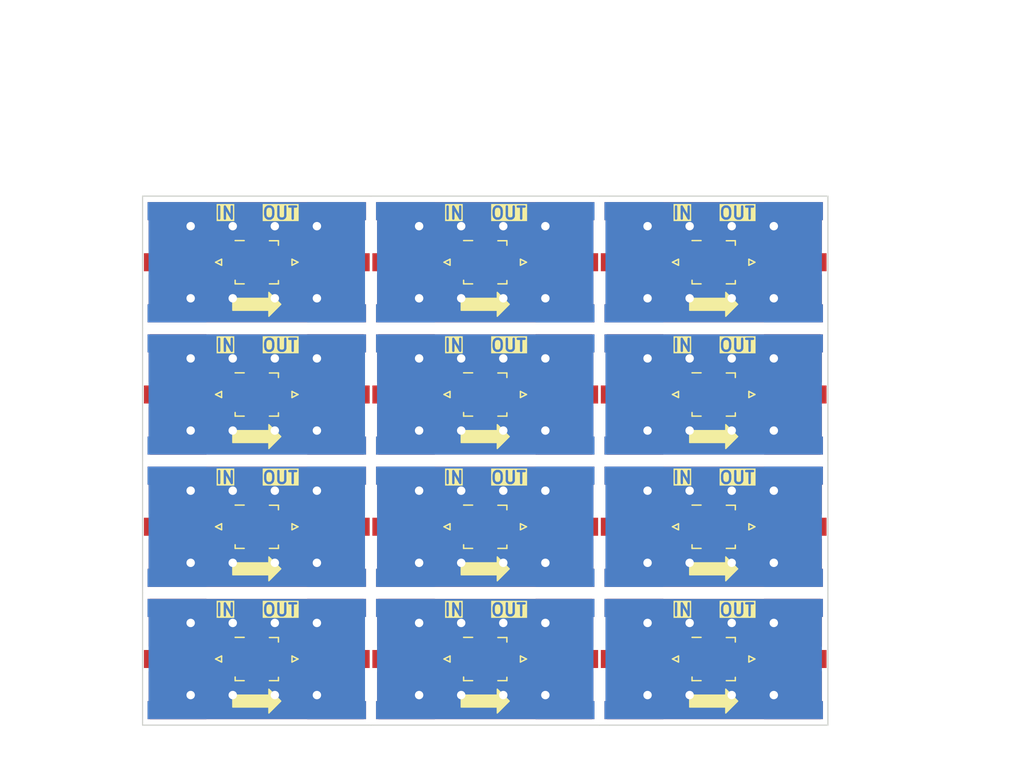
<source format=kicad_pcb>
(kicad_pcb (version 20240108) (generator "pcbnew") (generator_version "8.0")
  (title_block (date "2024-08-02") (rev "A"))
  (layers (0 "F.Cu" signal) (31 "B.Cu" signal) (34 "B.Paste" user) (35 "F.Paste" user) (36 "B.SilkS" user "B.Silkscreen") (37 "F.SilkS" user "F.Silkscreen") (38 "B.Mask" user) (39 "F.Mask" user) (44 "Edge.Cuts" user))
  (net 0 "")
  (net 1 "Board_0-/RF_IN")
  (net 2 "Board_0-/RF_OUT")
  (net 3 "Board_0-GND")
  (net 4 "Board_1-/RF_IN")
  (net 5 "Board_1-/RF_OUT")
  (net 6 "Board_1-GND")
  (net 7 "Board_2-/RF_IN")
  (net 8 "Board_2-/RF_OUT")
  (net 9 "Board_2-GND")
  (net 10 "Board_3-/RF_IN")
  (net 11 "Board_3-/RF_OUT")
  (net 12 "Board_3-GND")
  (net 13 "Board_4-/RF_IN")
  (net 14 "Board_4-/RF_OUT")
  (net 15 "Board_4-GND")
  (net 16 "Board_5-/RF_IN")
  (net 17 "Board_5-/RF_OUT")
  (net 18 "Board_5-GND")
  (net 19 "Board_6-/RF_IN")
  (net 20 "Board_6-/RF_OUT")
  (net 21 "Board_6-GND")
  (net 22 "Board_7-/RF_IN")
  (net 23 "Board_7-/RF_OUT")
  (net 24 "Board_7-GND")
  (net 25 "Board_8-/RF_IN")
  (net 26 "Board_8-/RF_OUT")
  (net 27 "Board_8-GND")
  (net 28 "Board_9-/RF_IN")
  (net 29 "Board_9-/RF_OUT")
  (net 30 "Board_9-GND")
  (net 31 "Board_10-/RF_IN")
  (net 32 "Board_10-/RF_OUT")
  (net 33 "Board_10-GND")
  (net 34 "Board_11-/RF_IN")
  (net 35 "Board_11-/RF_OUT")
  (net 36 "Board_11-GND")
  (footprint "Custom_Connector_Coaxial:SMA_Amphenol_132289_EdgeMount" (layer "F.Cu") (at 160.8625 25.5 180)
    (property "Reference" "J1" (hide yes))
    (property "Value" "SMA F Board Edge Mount")
  )
  (footprint "Custom_Connector_Coaxial:SMA_Amphenol_132289_EdgeMount" (layer "F.Cu") (at 122.8625 25.5 180)
    (property "Reference" "J1" (hide yes))
    (property "Value" "SMA F Board Edge Mount")
  )
  (footprint "Custom_Connector_Coaxial:SMA_Amphenol_132289_EdgeMount" (layer "F.Cu") (at 122.8625 47.5 180)
    (property "Reference" "J1" (hide yes))
    (property "Value" "SMA F Board Edge Mount")
  )
  (footprint "Custom_Connector_Coaxial:SMA_Amphenol_132289_EdgeMount" (layer "F.Cu") (at 160.8625 36.5 180)
    (property "Reference" "J1" (hide yes))
    (property "Value" "SMA F Board Edge Mount")
  )
  (footprint "Custom_Filter:Filter_SAW-6_3.0x3.0mm" (layer "F.Cu") (at 167.5 36.5)
    (property "Reference" "X1" (hide yes))
    (property "Value" "SAW-6 Filter")
  )
  (footprint "Custom_Connector_Coaxial:SMA_Amphenol_132289_EdgeMount" (layer "F.Cu") (at 174.1375 25.5)
    (property "Reference" "J2" (hide yes))
    (property "Value" "SMA F Board Edge Mount")
  )
  (footprint "Custom_Filter:Filter_SAW-6_3.0x3.0mm" (layer "F.Cu") (at 148.5 47.5)
    (property "Reference" "X1" (hide yes))
    (property "Value" "SAW-6 Filter")
  )
  (footprint "Custom_Filter:Filter_SAW-6_3.0x3.0mm" (layer "F.Cu") (at 129.5 47.5)
    (property "Reference" "X1" (hide yes))
    (property "Value" "SAW-6 Filter")
  )
  (footprint "Custom_Connector_Coaxial:SMA_Amphenol_132289_EdgeMount" (layer "F.Cu") (at 160.8625 58.5 180)
    (property "Reference" "J1" (hide yes))
    (property "Value" "SMA F Board Edge Mount")
  )
  (footprint "Custom_Connector_Coaxial:SMA_Amphenol_132289_EdgeMount" (layer "F.Cu") (at 155.1375 47.5)
    (property "Reference" "J2" (hide yes))
    (property "Value" "SMA F Board Edge Mount")
  )
  (footprint "Custom_Filter:Filter_SAW-6_3.0x3.0mm" (layer "F.Cu") (at 129.5 36.5)
    (property "Reference" "X1" (hide yes))
    (property "Value" "SAW-6 Filter")
  )
  (footprint "Custom_Connector_Coaxial:SMA_Amphenol_132289_EdgeMount" (layer "F.Cu") (at 174.1375 58.5)
    (property "Reference" "J2" (hide yes))
    (property "Value" "SMA F Board Edge Mount")
  )
  (footprint "Custom_Connector_Coaxial:SMA_Amphenol_132289_EdgeMount" (layer "F.Cu") (at 141.8625 25.5 180)
    (property "Reference" "J1" (hide yes))
    (property "Value" "SMA F Board Edge Mount")
  )
  (footprint "Custom_Connector_Coaxial:SMA_Amphenol_132289_EdgeMount" (layer "F.Cu") (at 136.1375 47.5)
    (property "Reference" "J2" (hide yes))
    (property "Value" "SMA F Board Edge Mount")
  )
  (footprint "Custom_Connector_Coaxial:SMA_Amphenol_132289_EdgeMount" (layer "F.Cu") (at 160.8625 47.5 180)
    (property "Reference" "J1" (hide yes))
    (property "Value" "SMA F Board Edge Mount")
  )
  (footprint "Custom_Filter:Filter_SAW-6_3.0x3.0mm" (layer "F.Cu") (at 167.5 25.5)
    (property "Reference" "X1" (hide yes))
    (property "Value" "SAW-6 Filter")
  )
  (footprint "Custom_Connector_Coaxial:SMA_Amphenol_132289_EdgeMount" (layer "F.Cu") (at 122.8625 36.5 180)
    (property "Reference" "J1" (hide yes))
    (property "Value" "SMA F Board Edge Mount")
  )
  (footprint "Custom_Connector_Coaxial:SMA_Amphenol_132289_EdgeMount" (layer "F.Cu") (at 141.8625 58.5 180)
    (property "Reference" "J1" (hide yes))
    (property "Value" "SMA F Board Edge Mount")
  )
  (footprint "Custom_Filter:Filter_SAW-6_3.0x3.0mm" (layer "F.Cu") (at 148.5 58.5)
    (property "Reference" "X1" (hide yes))
    (property "Value" "SAW-6 Filter")
  )
  (footprint "Custom_Connector_Coaxial:SMA_Amphenol_132289_EdgeMount" (layer "F.Cu") (at 136.1375 36.5)
    (property "Reference" "J2" (hide yes))
    (property "Value" "SMA F Board Edge Mount")
  )
  (footprint "Custom_Connector_Coaxial:SMA_Amphenol_132289_EdgeMount" (layer "F.Cu") (at 141.8625 36.5 180)
    (property "Reference" "J1" (hide yes))
    (property "Value" "SMA F Board Edge Mount")
  )
  (footprint "Custom_Connector_Coaxial:SMA_Amphenol_132289_EdgeMount" (layer "F.Cu") (at 174.1375 47.5)
    (property "Reference" "J2" (hide yes))
    (property "Value" "SMA F Board Edge Mount")
  )
  (footprint "Custom_Connector_Coaxial:SMA_Amphenol_132289_EdgeMount" (layer "F.Cu") (at 136.1375 25.5)
    (property "Reference" "J2" (hide yes))
    (property "Value" "SMA F Board Edge Mount")
  )
  (footprint "Custom_Filter:Filter_SAW-6_3.0x3.0mm" (layer "F.Cu") (at 167.5 47.5)
    (property "Reference" "X1" (hide yes))
    (property "Value" "SAW-6 Filter")
  )
  (footprint "Custom_Connector_Coaxial:SMA_Amphenol_132289_EdgeMount" (layer "F.Cu") (at 174.1375 36.5)
    (property "Reference" "J2" (hide yes))
    (property "Value" "SMA F Board Edge Mount")
  )
  (footprint "Custom_Connector_Coaxial:SMA_Amphenol_132289_EdgeMount" (layer "F.Cu") (at 155.1375 25.5)
    (property "Reference" "J2" (hide yes))
    (property "Value" "SMA F Board Edge Mount")
  )
  (footprint "Custom_Filter:Filter_SAW-6_3.0x3.0mm" (layer "F.Cu") (at 148.5 36.5)
    (property "Reference" "X1" (hide yes))
    (property "Value" "SAW-6 Filter")
  )
  (footprint "Custom_Filter:Filter_SAW-6_3.0x3.0mm" (layer "F.Cu") (at 129.5 25.5)
    (property "Reference" "X1" (hide yes))
    (property "Value" "SAW-6 Filter")
  )
  (footprint "Custom_Connector_Coaxial:SMA_Amphenol_132289_EdgeMount" (layer "F.Cu") (at 141.8625 47.5 180)
    (property "Reference" "J1" (hide yes))
    (property "Value" "SMA F Board Edge Mount")
  )
  (footprint "Custom_Connector_Coaxial:SMA_Amphenol_132289_EdgeMount" (layer "F.Cu") (at 155.1375 58.5)
    (property "Reference" "J2" (hide yes))
    (property "Value" "SMA F Board Edge Mount")
  )
  (footprint "Custom_Connector_Coaxial:SMA_Amphenol_132289_EdgeMount" (layer "F.Cu") (at 155.1375 36.5)
    (property "Reference" "J2" (hide yes))
    (property "Value" "SMA F Board Edge Mount")
  )
  (footprint "Custom_Connector_Coaxial:SMA_Amphenol_132289_EdgeMount" (layer "F.Cu") (at 136.1375 58.5)
    (property "Reference" "J2" (hide yes))
    (property "Value" "SMA F Board Edge Mount")
  )
  (footprint "Custom_Connector_Coaxial:SMA_Amphenol_132289_EdgeMount" (layer "F.Cu") (at 122.8625 58.5 180)
    (property "Reference" "J1" (hide yes))
    (property "Value" "SMA F Board Edge Mount")
  )
  (footprint "Custom_Filter:Filter_SAW-6_3.0x3.0mm" (layer "F.Cu") (at 167.5 58.5)
    (property "Reference" "X1" (hide yes))
    (property "Value" "SAW-6 Filter")
  )
  (footprint "Custom_Filter:Filter_SAW-6_3.0x3.0mm" (layer "F.Cu") (at 129.5 58.5)
    (property "Reference" "X1" (hide yes))
    (property "Value" "SAW-6 Filter")
  )
  (footprint "Custom_Filter:Filter_SAW-6_3.0x3.0mm" (layer "F.Cu") (at 148.5 25.5)
    (property "Reference" "X1" (hide yes))
    (property "Value" "SAW-6 Filter")
  )
  (gr_poly (pts (xy 165.5 39.5) (xy 168.5 39.5) (xy 168.5 39) (xy 169.5 40) (xy 168.5 41) (xy 168.5 40.5) (xy 165.5 40.5)) (stroke (width 0.1)) (fill solid) (layer "F.SilkS"))
  (gr_poly (pts (xy 146.5 28.5) (xy 149.5 28.5) (xy 149.5 28) (xy 150.5 29) (xy 149.5 30) (xy 149.5 29.5) (xy 146.5 29.5)) (stroke (width 0.1)) (fill solid) (layer "F.SilkS"))
  (gr_poly (pts (xy 146.5 50.5) (xy 149.5 50.5) (xy 149.5 50) (xy 150.5 51) (xy 149.5 52) (xy 149.5 51.5) (xy 146.5 51.5)) (stroke (width 0.1)) (fill solid) (layer "F.SilkS"))
  (gr_poly (pts (xy 165.5 28.5) (xy 168.5 28.5) (xy 168.5 28) (xy 169.5 29) (xy 168.5 30) (xy 168.5 29.5) (xy 165.5 29.5)) (stroke (width 0.1)) (fill solid) (layer "F.SilkS"))
  (gr_poly (pts (xy 127.5 39.5) (xy 130.5 39.5) (xy 130.5 39) (xy 131.5 40) (xy 130.5 41) (xy 130.5 40.5) (xy 127.5 40.5)) (stroke (width 0.1)) (fill solid) (layer "F.SilkS"))
  (gr_poly (pts (xy 165.5 61.5) (xy 168.5 61.5) (xy 168.5 61) (xy 169.5 62) (xy 168.5 63) (xy 168.5 62.5) (xy 165.5 62.5)) (stroke (width 0.1)) (fill solid) (layer "F.SilkS"))
  (gr_poly (pts (xy 146.5 61.5) (xy 149.5 61.5) (xy 149.5 61) (xy 150.5 62) (xy 149.5 63) (xy 149.5 62.5) (xy 146.5 62.5)) (stroke (width 0.1)) (fill solid) (layer "F.SilkS"))
  (gr_poly (pts (xy 127.5 28.5) (xy 130.5 28.5) (xy 130.5 28) (xy 131.5 29) (xy 130.5 30) (xy 130.5 29.5) (xy 127.5 29.5)) (stroke (width 0.1)) (fill solid) (layer "F.SilkS"))
  (gr_poly (pts (xy 165.5 50.5) (xy 168.5 50.5) (xy 168.5 50) (xy 169.5 51) (xy 168.5 52) (xy 168.5 51.5) (xy 165.5 51.5)) (stroke (width 0.1)) (fill solid) (layer "F.SilkS"))
  (gr_poly (pts (xy 127.5 50.5) (xy 130.5 50.5) (xy 130.5 50) (xy 131.5 51) (xy 130.5 52) (xy 130.5 51.5) (xy 127.5 51.5)) (stroke (width 0.1)) (fill solid) (layer "F.SilkS"))
  (gr_poly (pts (xy 146.5 39.5) (xy 149.5 39.5) (xy 149.5 39) (xy 150.5 40) (xy 149.5 41) (xy 149.5 40.5) (xy 146.5 40.5)) (stroke (width 0.1)) (fill solid) (layer "F.SilkS"))
  (gr_poly (pts (xy 127.5 61.5) (xy 130.5 61.5) (xy 130.5 61) (xy 131.5 62) (xy 130.5 63) (xy 130.5 62.5) (xy 127.5 62.5)) (stroke (width 0.1)) (fill solid) (layer "F.SilkS"))
  (gr_line (start 177 31) (end 177 20) (stroke (width 0.1)) (layer "Edge.Cuts"))
  (gr_line (start 177 53) (end 177 42) (stroke (width 0.1)) (layer "Edge.Cuts"))
  (gr_line (start 177 42) (end 177 31) (stroke (width 0.1)) (layer "Edge.Cuts"))
  (gr_line (start 120 64) (end 139 64) (stroke (width 0.1)) (layer "Edge.Cuts"))
  (gr_line (start 177 64) (end 177 53) (stroke (width 0.1)) (layer "Edge.Cuts"))
  (gr_line (start 177 20) (end 158 20) (stroke (width 0.1)) (layer "Edge.Cuts"))
  (gr_line (start 139 64) (end 158 64) (stroke (width 0.1)) (layer "Edge.Cuts"))
  (gr_line (start 120 42) (end 120 53) (stroke (width 0.1)) (layer "Edge.Cuts"))
  (gr_line (start 139 20) (end 120 20) (stroke (width 0.1)) (layer "Edge.Cuts"))
  (gr_line (start 158 20) (end 139 20) (stroke (width 0.1)) (layer "Edge.Cuts"))
  (gr_line (start 120 20) (end 120 31) (stroke (width 0.1)) (layer "Edge.Cuts"))
  (gr_line (start 120 31) (end 120 42) (stroke (width 0.1)) (layer "Edge.Cuts"))
  (gr_line (start 158 64) (end 177 64) (stroke (width 0.1)) (layer "Edge.Cuts"))
  (gr_line (start 120 53) (end 120 64) (stroke (width 0.1)) (layer "Edge.Cuts"))
  (gr_text "IN" (at 164 55 0) (layer "F.SilkS" knockout) (effects (font (size 1 1) (thickness 0.2) (bold yes)) (justify left bottom)))
  (gr_text "IN" (at 164 44 0) (layer "F.SilkS" knockout) (effects (font (size 1 1) (thickness 0.2) (bold yes)) (justify left bottom)))
  (gr_text "OUT" (at 171 55 0) (layer "F.SilkS" knockout) (effects (font (size 1 1) (thickness 0.2) (bold yes)) (justify right bottom)))
  (gr_text "OUT" (at 152 33 0) (layer "F.SilkS" knockout) (effects (font (size 1 1) (thickness 0.2) (bold yes)) (justify right bottom)))
  (gr_text "IN" (at 145 22 0) (layer "F.SilkS" knockout) (effects (font (size 1 1) (thickness 0.2) (bold yes)) (justify left bottom)))
  (gr_text "IN" (at 145 33 0) (layer "F.SilkS" knockout) (effects (font (size 1 1) (thickness 0.2) (bold yes)) (justify left bottom)))
  (gr_text "OUT" (at 152 44 0) (layer "F.SilkS" knockout) (effects (font (size 1 1) (thickness 0.2) (bold yes)) (justify right bottom)))
  (gr_text "IN" (at 164 33 0) (layer "F.SilkS" knockout) (effects (font (size 1 1) (thickness 0.2) (bold yes)) (justify left bottom)))
  (gr_text "OUT" (at 133 33 0) (layer "F.SilkS" knockout) (effects (font (size 1 1) (thickness 0.2) (bold yes)) (justify right bottom)))
  (gr_text "OUT" (at 171 33 0) (layer "F.SilkS" knockout) (effects (font (size 1 1) (thickness 0.2) (bold yes)) (justify right bottom)))
  (gr_text "IN" (at 145 44 0) (layer "F.SilkS" knockout) (effects (font (size 1 1) (thickness 0.2) (bold yes)) (justify left bottom)))
  (gr_text "OUT" (at 133 55 0) (layer "F.SilkS" knockout) (effects (font (size 1 1) (thickness 0.2) (bold yes)) (justify right bottom)))
  (gr_text "OUT" (at 152 22 0) (layer "F.SilkS" knockout) (effects (font (size 1 1) (thickness 0.2) (bold yes)) (justify right bottom)))
  (gr_text "OUT" (at 171 44 0) (layer "F.SilkS" knockout) (effects (font (size 1 1) (thickness 0.2) (bold yes)) (justify right bottom)))
  (gr_text "IN" (at 126 55 0) (layer "F.SilkS" knockout) (effects (font (size 1 1) (thickness 0.2) (bold yes)) (justify left bottom)))
  (gr_text "IN" (at 164 22 0) (layer "F.SilkS" knockout) (effects (font (size 1 1) (thickness 0.2) (bold yes)) (justify left bottom)))
  (gr_text "OUT" (at 133 22 0) (layer "F.SilkS" knockout) (effects (font (size 1 1) (thickness 0.2) (bold yes)) (justify right bottom)))
  (gr_text "IN" (at 126 22 0) (layer "F.SilkS" knockout) (effects (font (size 1 1) (thickness 0.2) (bold yes)) (justify left bottom)))
  (gr_text "IN" (at 126 33 0) (layer "F.SilkS" knockout) (effects (font (size 1 1) (thickness 0.2) (bold yes)) (justify left bottom)))
  (gr_text "OUT" (at 171 22 0) (layer "F.SilkS" knockout) (effects (font (size 1 1) (thickness 0.2) (bold yes)) (justify right bottom)))
  (gr_text "OUT" (at 133 44 0) (layer "F.SilkS" knockout) (effects (font (size 1 1) (thickness 0.2) (bold yes)) (justify right bottom)))
  (gr_text "OUT" (at 152 55 0) (layer "F.SilkS" knockout) (effects (font (size 1 1) (thickness 0.2) (bold yes)) (justify right bottom)))
  (gr_text "IN" (at 145 55 0) (layer "F.SilkS" knockout) (effects (font (size 1 1) (thickness 0.2) (bold yes)) (justify left bottom)))
  (gr_text "IN" (at 126 44 0) (layer "F.SilkS" knockout) (effects (font (size 1 1) (thickness 0.2) (bold yes)) (justify left bottom)))
  (segment (start 128.43 25.5) (end 127.6 25.5) (width 0.6) (layer "F.Cu") (net 1))
  (segment (start 122.7125 25.5) (end 127.6 25.5) (width 1.15) (layer "F.Cu") (net 1))
  (segment (start 131.4 25.5) (end 136.2875 25.5) (width 1.15) (layer "F.Cu") (net 2))
  (segment (start 130.59 25.5) (end 131.4 25.5) (width 0.6) (layer "F.Cu") (net 2))
  (via (at 124 28.5) (size 1.2) (drill 0.7) (layers "F.Cu" "B.Cu") (net 3))
  (via (at 127.5 22.5) (size 1.2) (drill 0.7) (layers "F.Cu" "B.Cu") (net 3))
  (via (at 134.5 28.5) (size 1.2) (drill 0.7) (layers "F.Cu" "B.Cu") (net 3))
  (via (at 124 22.5) (size 1.2) (drill 0.7) (layers "F.Cu" "B.Cu") (net 3))
  (via (at 131 22.5) (size 1.2) (drill 0.7) (layers "F.Cu" "B.Cu") (net 3))
  (via (at 131 28.5) (size 1.2) (drill 0.7) (layers "F.Cu" "B.Cu") (net 3))
  (via (at 127.5 28.5) (size 1.2) (drill 0.7) (layers "F.Cu" "B.Cu") (net 3))
  (via (at 134.5 22.5) (size 1.2) (drill 0.7) (layers "F.Cu" "B.Cu") (net 3))
  (segment (start 141.7125 25.5) (end 146.6 25.5) (width 1.15) (layer "F.Cu") (net 4))
  (segment (start 147.43 25.5) (end 146.6 25.5) (width 0.6) (layer "F.Cu") (net 4))
  (segment (start 150.4 25.5) (end 155.2875 25.5) (width 1.15) (layer "F.Cu") (net 5))
  (segment (start 149.59 25.5) (end 150.4 25.5) (width 0.6) (layer "F.Cu") (net 5))
  (via (at 143 22.5) (size 1.2) (drill 0.7) (layers "F.Cu" "B.Cu") (net 6))
  (via (at 153.5 28.5) (size 1.2) (drill 0.7) (layers "F.Cu" "B.Cu") (net 6))
  (via (at 153.5 22.5) (size 1.2) (drill 0.7) (layers "F.Cu" "B.Cu") (net 6))
  (via (at 150 28.5) (size 1.2) (drill 0.7) (layers "F.Cu" "B.Cu") (net 6))
  (via (at 143 28.5) (size 1.2) (drill 0.7) (layers "F.Cu" "B.Cu") (net 6))
  (via (at 146.5 28.5) (size 1.2) (drill 0.7) (layers "F.Cu" "B.Cu") (net 6))
  (via (at 150 22.5) (size 1.2) (drill 0.7) (layers "F.Cu" "B.Cu") (net 6))
  (via (at 146.5 22.5) (size 1.2) (drill 0.7) (layers "F.Cu" "B.Cu") (net 6))
  (segment (start 160.7125 25.5) (end 165.6 25.5) (width 1.15) (layer "F.Cu") (net 7))
  (segment (start 166.43 25.5) (end 165.6 25.5) (width 0.6) (layer "F.Cu") (net 7))
  (segment (start 169.4 25.5) (end 174.2875 25.5) (width 1.15) (layer "F.Cu") (net 8))
  (segment (start 168.59 25.5) (end 169.4 25.5) (width 0.6) (layer "F.Cu") (net 8))
  (via (at 165.5 22.5) (size 1.2) (drill 0.7) (layers "F.Cu" "B.Cu") (net 9))
  (via (at 169 28.5) (size 1.2) (drill 0.7) (layers "F.Cu" "B.Cu") (net 9))
  (via (at 172.5 28.5) (size 1.2) (drill 0.7) (layers "F.Cu" "B.Cu") (net 9))
  (via (at 165.5 28.5) (size 1.2) (drill 0.7) (layers "F.Cu" "B.Cu") (net 9))
  (via (at 162 28.5) (size 1.2) (drill 0.7) (layers "F.Cu" "B.Cu") (net 9))
  (via (at 162 22.5) (size 1.2) (drill 0.7) (layers "F.Cu" "B.Cu") (net 9))
  (via (at 169 22.5) (size 1.2) (drill 0.7) (layers "F.Cu" "B.Cu") (net 9))
  (via (at 172.5 22.5) (size 1.2) (drill 0.7) (layers "F.Cu" "B.Cu") (net 9))
  (segment (start 128.43 36.5) (end 127.6 36.5) (width 0.6) (layer "F.Cu") (net 10))
  (segment (start 122.7125 36.5) (end 127.6 36.5) (width 1.15) (layer "F.Cu") (net 10))
  (segment (start 130.59 36.5) (end 131.4 36.5) (width 0.6) (layer "F.Cu") (net 11))
  (segment (start 131.4 36.5) (end 136.2875 36.5) (width 1.15) (layer "F.Cu") (net 11))
  (via (at 131 39.5) (size 1.2) (drill 0.7) (layers "F.Cu" "B.Cu") (net 12))
  (via (at 124 33.5) (size 1.2) (drill 0.7) (layers "F.Cu" "B.Cu") (net 12))
  (via (at 127.5 39.5) (size 1.2) (drill 0.7) (layers "F.Cu" "B.Cu") (net 12))
  (via (at 134.5 33.5) (size 1.2) (drill 0.7) (layers "F.Cu" "B.Cu") (net 12))
  (via (at 131 33.5) (size 1.2) (drill 0.7) (layers "F.Cu" "B.Cu") (net 12))
  (via (at 127.5 33.5) (size 1.2) (drill 0.7) (layers "F.Cu" "B.Cu") (net 12))
  (via (at 124 39.5) (size 1.2) (drill 0.7) (layers "F.Cu" "B.Cu") (net 12))
  (via (at 134.5 39.5) (size 1.2) (drill 0.7) (layers "F.Cu" "B.Cu") (net 12))
  (segment (start 141.7125 36.5) (end 146.6 36.5) (width 1.15) (layer "F.Cu") (net 13))
  (segment (start 147.43 36.5) (end 146.6 36.5) (width 0.6) (layer "F.Cu") (net 13))
  (segment (start 150.4 36.5) (end 155.2875 36.5) (width 1.15) (layer "F.Cu") (net 14))
  (segment (start 149.59 36.5) (end 150.4 36.5) (width 0.6) (layer "F.Cu") (net 14))
  (via (at 143 39.5) (size 1.2) (drill 0.7) (layers "F.Cu" "B.Cu") (net 15))
  (via (at 146.5 33.5) (size 1.2) (drill 0.7) (layers "F.Cu" "B.Cu") (net 15))
  (via (at 153.5 39.5) (size 1.2) (drill 0.7) (layers "F.Cu" "B.Cu") (net 15))
  (via (at 153.5 33.5) (size 1.2) (drill 0.7) (layers "F.Cu" "B.Cu") (net 15))
  (via (at 143 33.5) (size 1.2) (drill 0.7) (layers "F.Cu" "B.Cu") (net 15))
  (via (at 150 33.5) (size 1.2) (drill 0.7) (layers "F.Cu" "B.Cu") (net 15))
  (via (at 150 39.5) (size 1.2) (drill 0.7) (layers "F.Cu" "B.Cu") (net 15))
  (via (at 146.5 39.5) (size 1.2) (drill 0.7) (layers "F.Cu" "B.Cu") (net 15))
  (segment (start 160.7125 36.5) (end 165.6 36.5) (width 1.15) (layer "F.Cu") (net 16))
  (segment (start 166.43 36.5) (end 165.6 36.5) (width 0.6) (layer "F.Cu") (net 16))
  (segment (start 169.4 36.5) (end 174.2875 36.5) (width 1.15) (layer "F.Cu") (net 17))
  (segment (start 168.59 36.5) (end 169.4 36.5) (width 0.6) (layer "F.Cu") (net 17))
  (via (at 162 33.5) (size 1.2) (drill 0.7) (layers "F.Cu" "B.Cu") (net 18))
  (via (at 169 33.5) (size 1.2) (drill 0.7) (layers "F.Cu" "B.Cu") (net 18))
  (via (at 165.5 33.5) (size 1.2) (drill 0.7) (layers "F.Cu" "B.Cu") (net 18))
  (via (at 169 39.5) (size 1.2) (drill 0.7) (layers "F.Cu" "B.Cu") (net 18))
  (via (at 172.5 33.5) (size 1.2) (drill 0.7) (layers "F.Cu" "B.Cu") (net 18))
  (via (at 165.5 39.5) (size 1.2) (drill 0.7) (layers "F.Cu" "B.Cu") (net 18))
  (via (at 162 39.5) (size 1.2) (drill 0.7) (layers "F.Cu" "B.Cu") (net 18))
  (via (at 172.5 39.5) (size 1.2) (drill 0.7) (layers "F.Cu" "B.Cu") (net 18))
  (segment (start 128.43 47.5) (end 127.6 47.5) (width 0.6) (layer "F.Cu") (net 19))
  (segment (start 122.7125 47.5) (end 127.6 47.5) (width 1.15) (layer "F.Cu") (net 19))
  (segment (start 130.59 47.5) (end 131.4 47.5) (width 0.6) (layer "F.Cu") (net 20))
  (segment (start 131.4 47.5) (end 136.2875 47.5) (width 1.15) (layer "F.Cu") (net 20))
  (via (at 124 44.5) (size 1.2) (drill 0.7) (layers "F.Cu" "B.Cu") (net 21))
  (via (at 127.5 44.5) (size 1.2) (drill 0.7) (layers "F.Cu" "B.Cu") (net 21))
  (via (at 134.5 50.5) (size 1.2) (drill 0.7) (layers "F.Cu" "B.Cu") (net 21))
  (via (at 134.5 44.5) (size 1.2) (drill 0.7) (layers "F.Cu" "B.Cu") (net 21))
  (via (at 131 50.5) (size 1.2) (drill 0.7) (layers "F.Cu" "B.Cu") (net 21))
  (via (at 124 50.5) (size 1.2) (drill 0.7) (layers "F.Cu" "B.Cu") (net 21))
  (via (at 131 44.5) (size 1.2) (drill 0.7) (layers "F.Cu" "B.Cu") (net 21))
  (via (at 127.5 50.5) (size 1.2) (drill 0.7) (layers "F.Cu" "B.Cu") (net 21))
  (segment (start 147.43 47.5) (end 146.6 47.5) (width 0.6) (layer "F.Cu") (net 22))
  (segment (start 141.7125 47.5) (end 146.6 47.5) (width 1.15) (layer "F.Cu") (net 22))
  (segment (start 149.59 47.5) (end 150.4 47.5) (width 0.6) (layer "F.Cu") (net 23))
  (segment (start 150.4 47.5) (end 155.2875 47.5) (width 1.15) (layer "F.Cu") (net 23))
  (via (at 143 50.5) (size 1.2) (drill 0.7) (layers "F.Cu" "B.Cu") (net 24))
  (via (at 146.5 50.5) (size 1.2) (drill 0.7) (layers "F.Cu" "B.Cu") (net 24))
  (via (at 150 44.5) (size 1.2) (drill 0.7) (layers "F.Cu" "B.Cu") (net 24))
  (via (at 143 44.5) (size 1.2) (drill 0.7) (layers "F.Cu" "B.Cu") (net 24))
  (via (at 146.5 44.5) (size 1.2) (drill 0.7) (layers "F.Cu" "B.Cu") (net 24))
  (via (at 153.5 50.5) (size 1.2) (drill 0.7) (layers "F.Cu" "B.Cu") (net 24))
  (via (at 150 50.5) (size 1.2) (drill 0.7) (layers "F.Cu" "B.Cu") (net 24))
  (via (at 153.5 44.5) (size 1.2) (drill 0.7) (layers "F.Cu" "B.Cu") (net 24))
  (segment (start 166.43 47.5) (end 165.6 47.5) (width 0.6) (layer "F.Cu") (net 25))
  (segment (start 160.7125 47.5) (end 165.6 47.5) (width 1.15) (layer "F.Cu") (net 25))
  (segment (start 168.59 47.5) (end 169.4 47.5) (width 0.6) (layer "F.Cu") (net 26))
  (segment (start 169.4 47.5) (end 174.2875 47.5) (width 1.15) (layer "F.Cu") (net 26))
  (via (at 172.5 44.5) (size 1.2) (drill 0.7) (layers "F.Cu" "B.Cu") (net 27))
  (via (at 169 44.5) (size 1.2) (drill 0.7) (layers "F.Cu" "B.Cu") (net 27))
  (via (at 162 50.5) (size 1.2) (drill 0.7) (layers "F.Cu" "B.Cu") (net 27))
  (via (at 172.5 50.5) (size 1.2) (drill 0.7) (layers "F.Cu" "B.Cu") (net 27))
  (via (at 169 50.5) (size 1.2) (drill 0.7) (layers "F.Cu" "B.Cu") (net 27))
  (via (at 165.5 44.5) (size 1.2) (drill 0.7) (layers "F.Cu" "B.Cu") (net 27))
  (via (at 165.5 50.5) (size 1.2) (drill 0.7) (layers "F.Cu" "B.Cu") (net 27))
  (via (at 162 44.5) (size 1.2) (drill 0.7) (layers "F.Cu" "B.Cu") (net 27))
  (segment (start 122.7125 58.5) (end 127.6 58.5) (width 1.15) (layer "F.Cu") (net 28))
  (segment (start 128.43 58.5) (end 127.6 58.5) (width 0.6) (layer "F.Cu") (net 28))
  (segment (start 130.59 58.5) (end 131.4 58.5) (width 0.6) (layer "F.Cu") (net 29))
  (segment (start 131.4 58.5) (end 136.2875 58.5) (width 1.15) (layer "F.Cu") (net 29))
  (via (at 131 61.5) (size 1.2) (drill 0.7) (layers "F.Cu" "B.Cu") (net 30))
  (via (at 127.5 55.5) (size 1.2) (drill 0.7) (layers "F.Cu" "B.Cu") (net 30))
  (via (at 131 55.5) (size 1.2) (drill 0.7) (layers "F.Cu" "B.Cu") (net 30))
  (via (at 134.5 55.5) (size 1.2) (drill 0.7) (layers "F.Cu" "B.Cu") (net 30))
  (via (at 127.5 61.5) (size 1.2) (drill 0.7) (layers "F.Cu" "B.Cu") (net 30))
  (via (at 124 55.5) (size 1.2) (drill 0.7) (layers "F.Cu" "B.Cu") (net 30))
  (via (at 124 61.5) (size 1.2) (drill 0.7) (layers "F.Cu" "B.Cu") (net 30))
  (via (at 134.5 61.5) (size 1.2) (drill 0.7) (layers "F.Cu" "B.Cu") (net 30))
  (segment (start 141.7125 58.5) (end 146.6 58.5) (width 1.15) (layer "F.Cu") (net 31))
  (segment (start 147.43 58.5) (end 146.6 58.5) (width 0.6) (layer "F.Cu") (net 31))
  (segment (start 149.59 58.5) (end 150.4 58.5) (width 0.6) (layer "F.Cu") (net 32))
  (segment (start 150.4 58.5) (end 155.2875 58.5) (width 1.15) (layer "F.Cu") (net 32))
  (via (at 150 61.5) (size 1.2) (drill 0.7) (layers "F.Cu" "B.Cu") (net 33))
  (via (at 143 55.5) (size 1.2) (drill 0.7) (layers "F.Cu" "B.Cu") (net 33))
  (via (at 153.5 61.5) (size 1.2) (drill 0.7) (layers "F.Cu" "B.Cu") (net 33))
  (via (at 146.5 55.5) (size 1.2) (drill 0.7) (layers "F.Cu" "B.Cu") (net 33))
  (via (at 143 61.5) (size 1.2) (drill 0.7) (layers "F.Cu" "B.Cu") (net 33))
  (via (at 146.5 61.5) (size 1.2) (drill 0.7) (layers "F.Cu" "B.Cu") (net 33))
  (via (at 150 55.5) (size 1.2) (drill 0.7) (layers "F.Cu" "B.Cu") (net 33))
  (via (at 153.5 55.5) (size 1.2) (drill 0.7) (layers "F.Cu" "B.Cu") (net 33))
  (segment (start 160.7125 58.5) (end 165.6 58.5) (width 1.15) (layer "F.Cu") (net 34))
  (segment (start 166.43 58.5) (end 165.6 58.5) (width 0.6) (layer "F.Cu") (net 34))
  (segment (start 168.59 58.5) (end 169.4 58.5) (width 0.6) (layer "F.Cu") (net 35))
  (segment (start 169.4 58.5) (end 174.2875 58.5) (width 1.15) (layer "F.Cu") (net 35))
  (via (at 169 55.5) (size 1.2) (drill 0.7) (layers "F.Cu" "B.Cu") (net 36))
  (via (at 162 61.5) (size 1.2) (drill 0.7) (layers "F.Cu" "B.Cu") (net 36))
  (via (at 165.5 55.5) (size 1.2) (drill 0.7) (layers "F.Cu" "B.Cu") (net 36))
  (via (at 169 61.5) (size 1.2) (drill 0.7) (layers "F.Cu" "B.Cu") (net 36))
  (via (at 172.5 61.5) (size 1.2) (drill 0.7) (layers "F.Cu" "B.Cu") (net 36))
  (via (at 162 55.5) (size 1.2) (drill 0.7) (layers "F.Cu" "B.Cu") (net 36))
  (via (at 165.5 61.5) (size 1.2) (drill 0.7) (layers "F.Cu" "B.Cu") (net 36))
  (via (at 172.5 55.5) (size 1.2) (drill 0.7) (layers "F.Cu" "B.Cu") (net 36))
  (zone (net 0) (net_name "") (layer "F.Cu") (connect_pads yes (clearance 0)) (min_thickness 0.25)
    (keepout (tracks allowed) (vias allowed) (pads allowed) (copperpour not_allowed) (footprints allowed))
    (fill (thermal_gap 0.5) (thermal_bridge_width 0.5))
    (polygon (pts (xy 127.1 57.7) (xy 131.9 57.7) (xy 131.9 59.3) (xy 127.1 59.3)))
  )
  (zone (net 0) (net_name "") (layer "F.Cu") (connect_pads yes (clearance 0)) (min_thickness 0.25)
    (keepout (tracks allowed) (vias allowed) (pads allowed) (copperpour not_allowed) (footprints allowed))
    (fill (thermal_gap 0.5) (thermal_bridge_width 0.5))
    (polygon (pts (xy 146.1 35.7) (xy 150.9 35.7) (xy 150.9 37.3) (xy 146.1 37.3)))
  )
  (zone (net 0) (net_name "") (layer "F.Cu") (connect_pads yes (clearance 0)) (min_thickness 0.25)
    (keepout (tracks allowed) (vias allowed) (pads allowed) (copperpour not_allowed) (footprints allowed))
    (fill (thermal_gap 0.5) (thermal_bridge_width 0.5))
    (polygon (pts (xy 165.1 24.7) (xy 169.9 24.7) (xy 169.9 26.3) (xy 165.1 26.3)))
  )
  (zone (net 0) (net_name "") (layer "F.Cu") (connect_pads yes (clearance 0)) (min_thickness 0.25)
    (keepout (tracks allowed) (vias allowed) (pads allowed) (copperpour not_allowed) (footprints allowed))
    (fill (thermal_gap 0.5) (thermal_bridge_width 0.5))
    (polygon (pts (xy 127.1 24.7) (xy 131.9 24.7) (xy 131.9 26.3) (xy 127.1 26.3)))
  )
  (zone (net 0) (net_name "") (layer "F.Cu") (connect_pads yes (clearance 0)) (min_thickness 0.25)
    (keepout (tracks allowed) (vias allowed) (pads allowed) (copperpour not_allowed) (footprints allowed))
    (fill (thermal_gap 0.5) (thermal_bridge_width 0.5))
    (polygon (pts (xy 146.1 46.7) (xy 150.9 46.7) (xy 150.9 48.3) (xy 146.1 48.3)))
  )
  (zone (net 0) (net_name "") (layer "F.Cu") (connect_pads yes (clearance 0)) (min_thickness 0.25)
    (keepout (tracks allowed) (vias allowed) (pads allowed) (copperpour not_allowed) (footprints allowed))
    (fill (thermal_gap 0.5) (thermal_bridge_width 0.5))
    (polygon (pts (xy 127.1 35.7) (xy 131.9 35.7) (xy 131.9 37.3) (xy 127.1 37.3)))
  )
  (zone (net 0) (net_name "") (layer "F.Cu") (connect_pads yes (clearance 0)) (min_thickness 0.25)
    (keepout (tracks allowed) (vias allowed) (pads allowed) (copperpour not_allowed) (footprints allowed))
    (fill (thermal_gap 0.5) (thermal_bridge_width 0.5))
    (polygon (pts (xy 165.1 57.7) (xy 169.9 57.7) (xy 169.9 59.3) (xy 165.1 59.3)))
  )
  (zone (net 0) (net_name "") (layer "F.Cu") (connect_pads yes (clearance 0)) (min_thickness 0.25)
    (keepout (tracks allowed) (vias allowed) (pads allowed) (copperpour not_allowed) (footprints allowed))
    (fill (thermal_gap 0.5) (thermal_bridge_width 0.5))
    (polygon (pts (xy 146.1 57.7) (xy 150.9 57.7) (xy 150.9 59.3) (xy 146.1 59.3)))
  )
  (zone (net 0) (net_name "") (layer "F.Cu") (connect_pads yes (clearance 0)) (min_thickness 0.25)
    (keepout (tracks allowed) (vias allowed) (pads allowed) (copperpour not_allowed) (footprints allowed))
    (fill (thermal_gap 0.5) (thermal_bridge_width 0.5))
    (polygon (pts (xy 165.1 35.7) (xy 169.9 35.7) (xy 169.9 37.3) (xy 165.1 37.3)))
  )
  (zone (net 0) (net_name "") (layer "F.Cu") (connect_pads yes (clearance 0)) (min_thickness 0.25)
    (keepout (tracks allowed) (vias allowed) (pads allowed) (copperpour not_allowed) (footprints allowed))
    (fill (thermal_gap 0.5) (thermal_bridge_width 0.5))
    (polygon (pts (xy 146.1 24.7) (xy 150.9 24.7) (xy 150.9 26.3) (xy 146.1 26.3)))
  )
  (zone (net 0) (net_name "") (layer "F.Cu") (connect_pads yes (clearance 0)) (min_thickness 0.25)
    (keepout (tracks allowed) (vias allowed) (pads allowed) (copperpour not_allowed) (footprints allowed))
    (fill (thermal_gap 0.5) (thermal_bridge_width 0.5))
    (polygon (pts (xy 127.1 46.7) (xy 131.9 46.7) (xy 131.9 48.3) (xy 127.1 48.3)))
  )
  (zone (net 0) (net_name "") (layer "F.Cu") (connect_pads yes (clearance 0)) (min_thickness 0.25)
    (keepout (tracks allowed) (vias allowed) (pads allowed) (copperpour not_allowed) (footprints allowed))
    (fill (thermal_gap 0.5) (thermal_bridge_width 0.5))
    (polygon (pts (xy 165.1 46.7) (xy 169.9 46.7) (xy 169.9 48.3) (xy 165.1 48.3)))
  )
  (zone (net 18) (net_name "Board_5-GND") (layers "F&B.Cu") (connect_pads yes (clearance 0.15)) (min_thickness 0.25) (fill yes (thermal_gap 0.5) (thermal_bridge_width 0.5))
    (polygon (pts (xy 158 31) (xy 177 31) (xy 177 42) (xy 158 42)))
  )
  (zone (net 24) (net_name "Board_7-GND") (layers "F&B.Cu") (connect_pads yes (clearance 0.15)) (min_thickness 0.25) (fill yes (thermal_gap 0.5) (thermal_bridge_width 0.5))
    (polygon (pts (xy 139 42) (xy 158 42) (xy 158 53) (xy 139 53)))
  )
  (zone (net 30) (net_name "Board_9-GND") (layers "F&B.Cu") (connect_pads yes (clearance 0.15)) (min_thickness 0.25) (fill yes (thermal_gap 0.5) (thermal_bridge_width 0.5))
    (polygon (pts (xy 120 53) (xy 139 53) (xy 139 64) (xy 120 64)))
  )
  (zone (net 12) (net_name "Board_3-GND") (layers "F&B.Cu") (connect_pads yes (clearance 0.15)) (min_thickness 0.25) (fill yes (thermal_gap 0.5) (thermal_bridge_width 0.5))
    (polygon (pts (xy 120 31) (xy 139 31) (xy 139 42) (xy 120 42)))
  )
  (zone (net 21) (net_name "Board_6-GND") (layers "F&B.Cu") (connect_pads yes (clearance 0.15)) (min_thickness 0.25) (fill yes (thermal_gap 0.5) (thermal_bridge_width 0.5))
    (polygon (pts (xy 120 42) (xy 139 42) (xy 139 53) (xy 120 53)))
  )
  (zone (net 3) (net_name "Board_0-GND") (layers "F&B.Cu") (connect_pads yes (clearance 0.15)) (min_thickness 0.25) (fill yes (thermal_gap 0.5) (thermal_bridge_width 0.5))
    (polygon (pts (xy 120 20) (xy 139 20) (xy 139 31) (xy 120 31)))
  )
  (zone (net 6) (net_name "Board_1-GND") (layers "F&B.Cu") (connect_pads yes (clearance 0.15)) (min_thickness 0.25) (fill yes (thermal_gap 0.5) (thermal_bridge_width 0.5))
    (polygon (pts (xy 139 20) (xy 158 20) (xy 158 31) (xy 139 31)))
  )
  (zone (net 9) (net_name "Board_2-GND") (layers "F&B.Cu") (connect_pads yes (clearance 0.15)) (min_thickness 0.25) (fill yes (thermal_gap 0.5) (thermal_bridge_width 0.5))
    (polygon (pts (xy 158 20) (xy 177 20) (xy 177 31) (xy 158 31)))
  )
  (zone (net 27) (net_name "Board_8-GND") (layers "F&B.Cu") (connect_pads yes (clearance 0.15)) (min_thickness 0.25) (fill yes (thermal_gap 0.5) (thermal_bridge_width 0.5))
    (polygon (pts (xy 158 42) (xy 177 42) (xy 177 53) (xy 158 53)))
  )
  (zone (net 33) (net_name "Board_10-GND") (layers "F&B.Cu") (connect_pads yes (clearance 0.15)) (min_thickness 0.25) (fill yes (thermal_gap 0.5) (thermal_bridge_width 0.5))
    (polygon (pts (xy 139 53) (xy 158 53) (xy 158 64) (xy 139 64)))
  )
  (zone (net 15) (net_name "Board_4-GND") (layers "F&B.Cu") (connect_pads yes (clearance 0.15)) (min_thickness 0.25) (fill yes (thermal_gap 0.5) (thermal_bridge_width 0.5))
    (polygon (pts (xy 139 31) (xy 158 31) (xy 158 42) (xy 139 42)))
  )
  (zone (net 36) (net_name "Board_11-GND") (layers "F&B.Cu") (connect_pads yes (clearance 0.15)) (min_thickness 0.25) (fill yes (thermal_gap 0.5) (thermal_bridge_width 0.5))
    (polygon (pts (xy 158 53) (xy 177 53) (xy 177 64) (xy 158 64)))
  )
)
</source>
